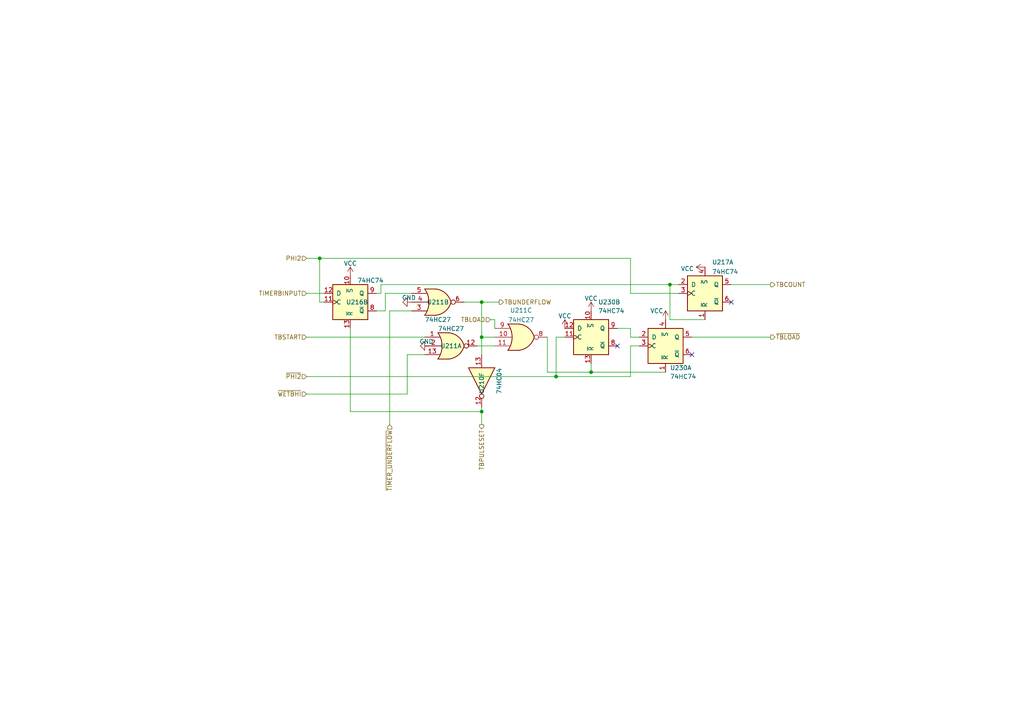
<source format=kicad_sch>
(kicad_sch (version 20211123) (generator eeschema)
  (paper "A4")
  (lib_symbols
    (symbol "74xx:74HC04"
      (property "Reference" "U" (at 0 1.27 0))
      (property "Value" "74HC04" (at 0 -1.27 0))
      (symbol "74HC04_1_0"
        (polyline (pts (xy -3.81 3.81) (xy -3.81 -3.81) (xy 3.81 0) (xy -3.81 3.81)) (stroke (width 0.254)) (fill (type background)))
        (pin input line (at -7.62 0 0) (length 3.81) (name "~") (number "1"))
        (pin output inverted (at 7.62 0 180) (length 3.81) (name "~") (number "2"))
      )
      (symbol "74HC04_2_0"
        (polyline (pts (xy -3.81 3.81) (xy -3.81 -3.81) (xy 3.81 0) (xy -3.81 3.81)) (stroke (width 0.254)) (fill (type background)))
        (pin input line (at -7.62 0 0) (length 3.81) (name "~") (number "3"))
        (pin output inverted (at 7.62 0 180) (length 3.81) (name "~") (number "4"))
      )
      (symbol "74HC04_3_0"
        (polyline (pts (xy -3.81 3.81) (xy -3.81 -3.81) (xy 3.81 0) (xy -3.81 3.81)) (stroke (width 0.254)) (fill (type background)))
        (pin input line (at -7.62 0 0) (length 3.81) (name "~") (number "5"))
        (pin output inverted (at 7.62 0 180) (length 3.81) (name "~") (number "6"))
      )
      (symbol "74HC04_4_0"
        (polyline (pts (xy -3.81 3.81) (xy -3.81 -3.81) (xy 3.81 0) (xy -3.81 3.81)) (stroke (width 0.254)) (fill (type background)))
        (pin output inverted (at 7.62 0 180) (length 3.81) (name "~") (number "8"))
        (pin input line (at -7.62 0 0) (length 3.81) (name "~") (number "9"))
      )
      (symbol "74HC04_5_0"
        (polyline (pts (xy -3.81 3.81) (xy -3.81 -3.81) (xy 3.81 0) (xy -3.81 3.81)) (stroke (width 0.254)) (fill (type background)))
        (pin output inverted (at 7.62 0 180) (length 3.81) (name "~") (number "10"))
        (pin input line (at -7.62 0 0) (length 3.81) (name "~") (number "11"))
      )
      (symbol "74HC04_6_0"
        (polyline (pts (xy -3.81 3.81) (xy -3.81 -3.81) (xy 3.81 0) (xy -3.81 3.81)) (stroke (width 0.254)) (fill (type background)))
        (pin output inverted (at 7.62 0 180) (length 3.81) (name "~") (number "12"))
        (pin input line (at -7.62 0 0) (length 3.81) (name "~") (number "13"))
      )
      (symbol "74HC04_7_0"
        (pin power_in line (at 0 12.7 270) (length 5.08) (name "VCC") (number "14"))
        (pin power_in line (at 0 -12.7 90) (length 5.08) (name "GND") (number "7"))
      )
      (symbol "74HC04_7_1"
        (rectangle (start -5.08 7.62) (end 5.08 -7.62) (stroke (width 0.254)) (fill (type background)))
      )
    )
    (symbol "74xx:74HC74" (pin_names (offset 1.016))
      (property "Reference" "U" (at -7.62 8.89 0))
      (property "Value" "74HC74" (at -7.62 -8.89 0))
      (symbol "74HC74_1_0"
        (pin input line (at 0 -7.62 90) (length 2.54) (name "~{R}") (number "1"))
        (pin input line (at -7.62 2.54 0) (length 2.54) (name "D") (number "2"))
        (pin input clock (at -7.62 0 0) (length 2.54) (name "C") (number "3"))
        (pin input line (at 0 7.62 270) (length 2.54) (name "~{S}") (number "4"))
        (pin output line (at 7.62 2.54 180) (length 2.54) (name "Q") (number "5"))
        (pin output line (at 7.62 -2.54 180) (length 2.54) (name "~{Q}") (number "6"))
      )
      (symbol "74HC74_1_1"
        (rectangle (start -5.08 5.08) (end 5.08 -5.08) (stroke (width 0.254)) (fill (type background)))
      )
      (symbol "74HC74_2_0"
        (pin input line (at 0 7.62 270) (length 2.54) (name "~{S}") (number "10"))
        (pin input clock (at -7.62 0 0) (length 2.54) (name "C") (number "11"))
        (pin input line (at -7.62 2.54 0) (length 2.54) (name "D") (number "12"))
        (pin input line (at 0 -7.62 90) (length 2.54) (name "~{R}") (number "13"))
        (pin output line (at 7.62 -2.54 180) (length 2.54) (name "~{Q}") (number "8"))
        (pin output line (at 7.62 2.54 180) (length 2.54) (name "Q") (number "9"))
      )
      (symbol "74HC74_2_1"
        (rectangle (start -5.08 5.08) (end 5.08 -5.08) (stroke (width 0.254)) (fill (type background)))
      )
      (symbol "74HC74_3_0"
        (pin power_in line (at 0 10.16 270) (length 2.54) (name "VCC") (number "14"))
        (pin power_in line (at 0 -10.16 90) (length 2.54) (name "GND") (number "7"))
      )
      (symbol "74HC74_3_1"
        (rectangle (start -5.08 7.62) (end 5.08 -7.62) (stroke (width 0.254)) (fill (type background)))
      )
    )
    (symbol "74xx:74LS27" (pin_names (offset 1.016))
      (property "Reference" "U" (at 0 1.27 0))
      (property "Value" "74LS27" (at 0 -1.27 0))
      (symbol "74LS27_1_1"
        (arc (start -3.81 -3.81) (mid -2.589 0) (end -3.81 3.81) (stroke (width 0.254)))
        (arc (start -0.6096 -3.81) (mid 2.1855 -2.584) (end 3.81 0) (stroke (width 0.254)) (fill (type background)))
        (polyline (pts (xy -3.81 -3.81) (xy -0.635 -3.81)) (stroke (width 0.254)) (fill (type background)))
        (polyline (pts (xy -3.81 3.81) (xy -0.635 3.81)) (stroke (width 0.254)) (fill (type background)))
        (polyline (pts (xy -0.635 3.81) (xy -3.81 3.81) (xy -3.81 3.81) (xy -3.556 3.4036) (xy -3.0226 2.2606) (xy -2.6924 1.0414) (xy -2.6162 -0.254) (xy -2.7686 -1.4986) (xy -3.175 -2.7178) (xy -3.81 -3.81) (xy -3.81 -3.81) (xy -0.635 -3.81)) (stroke (width -25.4)) (fill (type background)))
        (arc (start 3.81 0) (mid 2.1928 2.5925) (end -0.6096 3.81) (stroke (width 0.254)) (fill (type background)))
        (pin input line (at -7.62 2.54 0) (length 4.318) (name "~") (number "1"))
        (pin output inverted (at 7.62 0 180) (length 3.81) (name "~") (number "12"))
        (pin input line (at -7.62 -2.54 0) (length 4.318) (name "~") (number "13"))
        (pin input line (at -7.62 0 0) (length 4.953) (name "~") (number "2"))
      )
      (symbol "74LS27_1_2"
        (arc (start 0 -3.81) (mid 3.81 0) (end 0 3.81) (stroke (width 0.254)) (fill (type background)))
        (polyline (pts (xy 0 3.81) (xy -3.81 3.81) (xy -3.81 -3.81) (xy 0 -3.81)) (stroke (width 0.254)) (fill (type background)))
        (pin input inverted (at -7.62 2.54 0) (length 3.81) (name "~") (number "1"))
        (pin output line (at 7.62 0 180) (length 3.81) (name "~") (number "12"))
        (pin input inverted (at -7.62 -2.54 0) (length 3.81) (name "~") (number "13"))
        (pin input inverted (at -7.62 0 0) (length 3.81) (name "~") (number "2"))
      )
      (symbol "74LS27_2_1"
        (arc (start -3.81 -3.81) (mid -2.589 0) (end -3.81 3.81) (stroke (width 0.254)))
        (arc (start -0.6096 -3.81) (mid 2.1855 -2.584) (end 3.81 0) (stroke (width 0.254)) (fill (type background)))
        (polyline (pts (xy -3.81 -3.81) (xy -0.635 -3.81)) (stroke (width 0.254)) (fill (type background)))
        (polyline (pts (xy -3.81 3.81) (xy -0.635 3.81)) (stroke (width 0.254)) (fill (type background)))
        (polyline (pts (xy -0.635 3.81) (xy -3.81 3.81) (xy -3.81 3.81) (xy -3.556 3.4036) (xy -3.0226 2.2606) (xy -2.6924 1.0414) (xy -2.6162 -0.254) (xy -2.7686 -1.4986) (xy -3.175 -2.7178) (xy -3.81 -3.81) (xy -3.81 -3.81) (xy -0.635 -3.81)) (stroke (width -25.4)) (fill (type background)))
        (arc (start 3.81 0) (mid 2.1928 2.5925) (end -0.6096 3.81) (stroke (width 0.254)) (fill (type background)))
        (pin input line (at -7.62 2.54 0) (length 4.318) (name "~") (number "3"))
        (pin input line (at -7.62 0 0) (length 4.953) (name "~") (number "4"))
        (pin input line (at -7.62 -2.54 0) (length 4.318) (name "~") (number "5"))
        (pin output inverted (at 7.62 0 180) (length 3.81) (name "~") (number "6"))
      )
      (symbol "74LS27_2_2"
        (arc (start 0 -3.81) (mid 3.81 0) (end 0 3.81) (stroke (width 0.254)) (fill (type background)))
        (polyline (pts (xy 0 3.81) (xy -3.81 3.81) (xy -3.81 -3.81) (xy 0 -3.81)) (stroke (width 0.254)) (fill (type background)))
        (pin input inverted (at -7.62 2.54 0) (length 3.81) (name "~") (number "3"))
        (pin input inverted (at -7.62 0 0) (length 3.81) (name "~") (number "4"))
        (pin input inverted (at -7.62 -2.54 0) (length 3.81) (name "~") (number "5"))
        (pin output line (at 7.62 0 180) (length 3.81) (name "~") (number "6"))
      )
      (symbol "74LS27_3_1"
        (arc (start -3.81 -3.81) (mid -2.589 0) (end -3.81 3.81) (stroke (width 0.254)))
        (arc (start -0.6096 -3.81) (mid 2.1855 -2.584) (end 3.81 0) (stroke (width 0.254)) (fill (type background)))
        (polyline (pts (xy -3.81 -3.81) (xy -0.635 -3.81)) (stroke (width 0.254)) (fill (type background)))
        (polyline (pts (xy -3.81 3.81) (xy -0.635 3.81)) (stroke (width 0.254)) (fill (type background)))
        (polyline (pts (xy -0.635 3.81) (xy -3.81 3.81) (xy -3.81 3.81) (xy -3.556 3.4036) (xy -3.0226 2.2606) (xy -2.6924 1.0414) (xy -2.6162 -0.254) (xy -2.7686 -1.4986) (xy -3.175 -2.7178) (xy -3.81 -3.81) (xy -3.81 -3.81) (xy -0.635 -3.81)) (stroke (width -25.4)) (fill (type background)))
        (arc (start 3.81 0) (mid 2.1928 2.5925) (end -0.6096 3.81) (stroke (width 0.254)) (fill (type background)))
        (pin input line (at -7.62 0 0) (length 4.953) (name "~") (number "10"))
        (pin input line (at -7.62 -2.54 0) (length 4.318) (name "~") (number "11"))
        (pin output inverted (at 7.62 0 180) (length 3.81) (name "~") (number "8"))
        (pin input line (at -7.62 2.54 0) (length 4.318) (name "~") (number "9"))
      )
      (symbol "74LS27_3_2"
        (arc (start 0 -3.81) (mid 3.81 0) (end 0 3.81) (stroke (width 0.254)) (fill (type background)))
        (polyline (pts (xy 0 3.81) (xy -3.81 3.81) (xy -3.81 -3.81) (xy 0 -3.81)) (stroke (width 0.254)) (fill (type background)))
        (pin input inverted (at -7.62 0 0) (length 3.81) (name "~") (number "10"))
        (pin input inverted (at -7.62 -2.54 0) (length 3.81) (name "~") (number "11"))
        (pin output line (at 7.62 0 180) (length 3.81) (name "~") (number "8"))
        (pin input inverted (at -7.62 2.54 0) (length 3.81) (name "~") (number "9"))
      )
      (symbol "74LS27_4_0"
        (pin power_in line (at 0 12.7 270) (length 5.08) (name "VCC") (number "14"))
        (pin power_in line (at 0 -12.7 90) (length 5.08) (name "GND") (number "7"))
      )
      (symbol "74LS27_4_1"
        (rectangle (start -5.08 7.62) (end 5.08 -7.62) (stroke (width 0.254)) (fill (type background)))
      )
    )
    (symbol "power:GND" (power) (pin_names (offset 0))
      (property "Value" "GND" (at 0 -3.81 0))
      (symbol "GND_0_1"
        (polyline (pts (xy 0 0) (xy 0 -1.27) (xy 1.27 -1.27) (xy 0 -2.54) (xy -1.27 -1.27) (xy 0 -1.27)))
      )
      (symbol "GND_1_1"
        (pin power_in line (at 0 0 270) (length 0) hide (name "GND") (number "1"))
      )
    )
    (symbol "power:VCC" (power) (pin_names (offset 0))
      (property "Value" "VCC" (at 0 3.81 0))
      (symbol "VCC_0_1"
        (polyline (pts (xy -0.762 1.27) (xy 0 2.54)))
        (polyline (pts (xy 0 0) (xy 0 2.54)))
        (polyline (pts (xy 0 2.54) (xy 0.762 1.27)))
      )
      (symbol "VCC_1_1"
        (pin power_in line (at 0 0 90) (length 0) hide (name "VCC") (number "1"))
      )
    )
  )
  (junction (at 92.71 74.93))
  (junction (at 171.45 107.95))
  (junction (at 139.7 97.79))
  (junction (at 139.7 87.63))
  (junction (at 194.31 82.55))
  (junction (at 139.7 119.38))
  (junction (at 161.29 109.22))
  (no_connect (at 212.09 87.63))
  (no_connect (at 179.07 100.33))
  (no_connect (at 200.66 102.87))
  (wire (pts (xy 212.09 82.55) (xy 223.52 82.55)))
  (wire (pts (xy 109.22 85.09) (xy 110.49 85.09)))
  (wire (pts (xy 194.31 92.71) (xy 204.47 92.71)))
  (wire (pts (xy 123.19 100.33) (xy 124.46 100.33)))
  (wire (pts (xy 118.11 102.87) (xy 118.11 114.3)))
  (wire (pts (xy 139.7 119.38) (xy 139.7 123.19)))
  (wire (pts (xy 182.88 109.22) (xy 161.29 109.22)))
  (wire (pts (xy 185.42 100.33) (xy 182.88 100.33)))
  (wire (pts (xy 113.03 90.17) (xy 119.38 90.17)))
  (wire (pts (xy 139.7 87.63) (xy 139.7 97.79)))
  (wire (pts (xy 134.62 87.63) (xy 139.7 87.63)))
  (wire (pts (xy 109.22 90.17) (xy 111.76 90.17)))
  (wire (pts (xy 113.03 90.17) (xy 113.03 123.19)))
  (wire (pts (xy 194.31 82.55) (xy 194.31 92.71)))
  (wire (pts (xy 88.9 109.22) (xy 161.29 109.22)))
  (wire (pts (xy 101.6 119.38) (xy 139.7 119.38)))
  (wire (pts (xy 111.76 85.09) (xy 119.38 85.09)))
  (wire (pts (xy 182.88 97.79) (xy 185.42 97.79)))
  (wire (pts (xy 138.43 100.33) (xy 143.51 100.33)))
  (wire (pts (xy 193.04 107.95) (xy 171.45 107.95)))
  (wire (pts (xy 101.6 95.25) (xy 101.6 119.38)))
  (wire (pts (xy 161.29 109.22) (xy 161.29 97.79)))
  (wire (pts (xy 182.88 95.25) (xy 182.88 97.79)))
  (wire (pts (xy 92.71 87.63) (xy 92.71 74.93)))
  (wire (pts (xy 88.9 114.3) (xy 118.11 114.3)))
  (wire (pts (xy 139.7 97.79) (xy 139.7 102.87)))
  (wire (pts (xy 139.7 118.11) (xy 139.7 119.38)))
  (wire (pts (xy 200.66 97.79) (xy 223.52 97.79)))
  (wire (pts (xy 143.51 97.79) (xy 139.7 97.79)))
  (wire (pts (xy 92.71 74.93) (xy 182.88 74.93)))
  (wire (pts (xy 88.9 85.09) (xy 93.98 85.09)))
  (wire (pts (xy 182.88 100.33) (xy 182.88 109.22)))
  (wire (pts (xy 111.76 90.17) (xy 111.76 85.09)))
  (wire (pts (xy 110.49 82.55) (xy 194.31 82.55)))
  (wire (pts (xy 88.9 74.93) (xy 92.71 74.93)))
  (wire (pts (xy 143.51 92.71) (xy 143.51 95.25)))
  (wire (pts (xy 158.75 107.95) (xy 171.45 107.95)))
  (wire (pts (xy 179.07 95.25) (xy 182.88 95.25)))
  (wire (pts (xy 158.75 97.79) (xy 158.75 107.95)))
  (wire (pts (xy 93.98 87.63) (xy 92.71 87.63)))
  (wire (pts (xy 142.24 92.71) (xy 143.51 92.71)))
  (wire (pts (xy 182.88 74.93) (xy 182.88 85.09)))
  (wire (pts (xy 110.49 85.09) (xy 110.49 82.55)))
  (wire (pts (xy 182.88 85.09) (xy 196.85 85.09)))
  (wire (pts (xy 139.7 87.63) (xy 144.78 87.63)))
  (wire (pts (xy 171.45 105.41) (xy 171.45 107.95)))
  (wire (pts (xy 194.31 82.55) (xy 196.85 82.55)))
  (wire (pts (xy 161.29 97.79) (xy 163.83 97.79)))
  (wire (pts (xy 118.11 102.87) (xy 123.19 102.87)))
  (wire (pts (xy 88.9 97.79) (xy 123.19 97.79)))
  (hierarchical_label "PHI2" (shape input) (at 88.9 74.93 180))
  (hierarchical_label "~{TIMER_UNDERFLOW}" (shape input) (at 113.03 123.19 270))
  (hierarchical_label "~{TBLOAD}" (shape output) (at 223.52 97.79 0))
  (hierarchical_label "~{PHI2}" (shape input) (at 88.9 109.22 180))
  (hierarchical_label "TBPULSESET" (shape output) (at 139.7 123.19 270))
  (hierarchical_label "TBLOAD" (shape input) (at 142.24 92.71 180))
  (hierarchical_label "~{WETBHI}" (shape input) (at 88.9 114.3 180))
  (hierarchical_label "TBSTART" (shape input) (at 88.9 97.79 180))
  (hierarchical_label "TIMERBINPUT" (shape input) (at 88.9 85.09 180))
  (hierarchical_label "TBUNDERFLOW" (shape output) (at 144.78 87.63 0))
  (hierarchical_label "TBCOUNT" (shape output) (at 223.52 82.55 0))
  (symbol (lib_id "74xx:74LS27") (at 130.81 100.33 0) (unit 1)
    (property "Reference" "U211" (at 130.81 100.33 0))
    (property "Value" "74HC27" (at 130.81 95.3286 0))
    (property "Footprint" "Package_SO:SO-14_3.9x8.65mm_P1.27mm" (effects hide))
    (property "Datasheet" "http://www.ti.com/lit/gpn/sn74LS27" (effects hide))
  )
  (symbol (lib_id "74xx:74HC74") (at 101.6 87.63 0) (unit 2)
    (property "Reference" "U216" (at 100.33 87.63 0) (effects (justify left)))
    (property "Value" "74HC74" (at 103.6194 81.3586 0) (effects (justify left)))
    (property "Footprint" "Package_SO:SO-14_3.9x8.65mm_P1.27mm" (effects hide))
    (property "Datasheet" "74xx/74hc_hct74.pdf" (effects hide))
  )
  (symbol (lib_id "power:VCC") (at 171.45 90.17 0) (unit 1)
    (property "Reference" "#PWR0336" (effects hide))
    (property "Value" "VCC" (at 171.45 86.5655 0))
  )
  (symbol (lib_id "74xx:74HC74") (at 193.04 100.33 0) (unit 1)
    (property "Reference" "U230" (at 194.31 106.68 0) (effects (justify left)))
    (property "Value" "74HC74" (at 194.31 109.22 0) (effects (justify left)))
    (property "Footprint" "Package_SO:SO-14_3.9x8.65mm_P1.27mm" (effects hide))
    (property "Datasheet" "74xx/74hc_hct74.pdf" (effects hide))
  )
  (symbol (lib_id "power:VCC") (at 204.47 77.47 90) (unit 1)
    (property "Reference" "#PWR0339" (effects hide))
    (property "Value" "VCC" (at 201.295 77.949 90) (effects (justify left)))
  )
  (symbol (lib_id "74xx:74HC74") (at 204.47 85.09 0) (unit 1)
    (property "Reference" "U217" (at 206.4894 76.0435 0) (effects (justify left)))
    (property "Value" "74HC74" (at 206.4894 78.8186 0) (effects (justify left)))
    (property "Footprint" "Package_SO:SO-14_3.9x8.65mm_P1.27mm" (effects hide))
    (property "Datasheet" "74xx/74hc_hct74.pdf" (effects hide))
  )
  (symbol (lib_id "power:GND") (at 124.46 100.33 270) (unit 1)
    (property "Reference" "#PWR0330" (effects hide))
    (property "Value" "GND" (at 125.73 99.06 90) (effects (justify right)))
  )
  (symbol (lib_id "power:GND") (at 119.38 87.63 270) (unit 1)
    (property "Reference" "#PWR0329" (effects hide))
    (property "Value" "GND" (at 120.65 86.36 90) (effects (justify right)))
  )
  (symbol (lib_id "power:VCC") (at 163.83 95.25 0) (unit 1)
    (property "Reference" "#PWR0335" (effects hide))
    (property "Value" "VCC" (at 163.83 91.6455 0))
  )
  (symbol (lib_id "power:VCC") (at 193.04 92.71 0) (unit 1)
    (property "Reference" "#PWR0202" (effects hide))
    (property "Value" "VCC" (at 190.5 90.17 0))
  )
  (symbol (lib_id "power:VCC") (at 101.6 80.01 0) (unit 1)
    (property "Reference" "#PWR0328" (effects hide))
    (property "Value" "VCC" (at 101.6 76.4055 0))
  )
  (symbol (lib_id "74xx:74HC74") (at 171.45 97.79 0) (unit 2)
    (property "Reference" "U230" (at 173.4694 87.63 0) (effects (justify left)))
    (property "Value" "74HC74" (at 173.4694 90.17 0) (effects (justify left)))
    (property "Footprint" "Package_SO:SO-14_3.9x8.65mm_P1.27mm" (effects hide))
    (property "Datasheet" "74xx/74hc_hct74.pdf" (effects hide))
  )
  (symbol (lib_id "74xx:74LS27") (at 127 87.63 0) (mirror x) (unit 2)
    (property "Reference" "U211" (at 127 87.63 0))
    (property "Value" "74HC27" (at 127 92.71 0))
    (property "Footprint" "Package_SO:SO-14_3.9x8.65mm_P1.27mm" (effects hide))
    (property "Datasheet" "http://www.ti.com/lit/gpn/sn74LS27" (effects hide))
  )
  (symbol (lib_id "74xx:74HC04") (at 139.7 110.49 270) (unit 6)
    (property "Reference" "U210" (at 139.7 107.95 0) (effects (justify left)))
    (property "Value" "74HC04" (at 144.78 106.68 0) (effects (justify left)))
    (property "Footprint" "Package_SO:SOIC-14_3.9x8.7mm_P1.27mm" (effects hide))
    (property "Datasheet" "https://assets.nexperia.com/documents/data-sheet/74HC_HCT04.pdf" (effects hide))
  )
  (symbol (lib_id "74xx:74LS27") (at 151.13 97.79 0) (unit 3)
    (property "Reference" "U211" (at 151.13 90.0135 0))
    (property "Value" "74HC27" (at 151.13 92.7886 0))
    (property "Footprint" "Package_SO:SO-14_3.9x8.65mm_P1.27mm" (effects hide))
    (property "Datasheet" "http://www.ti.com/lit/gpn/sn74LS27" (effects hide))
  )
)
</source>
